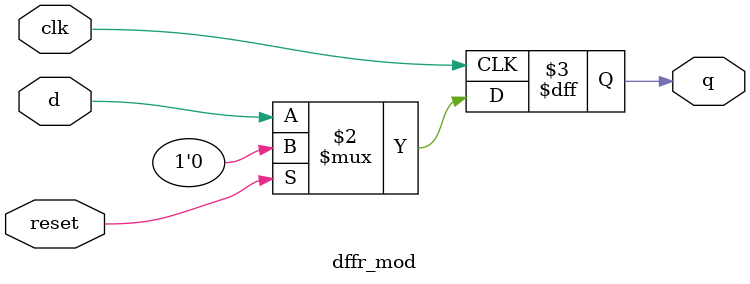
<source format=v>
module dff8r(
	input clk,
	input reset,
	input [7:0] d,
	output [7:0] q
);
	// implement 8 DFFs with active high reset
	genvar i;
	generate
		for (i=0; i<8; i=i+1) begin : dffr_mod_array
			dffr_mod u_dffr_mod(
				.clk(clk),
				.reset(reset),
				.d(d[i]),
				.q(q[i])
			);
		end
	endgenerate

endmodule

module dffr_mod(
	input clk,
	input reset,
	input d,
	output reg q
);
	// single DFF with active high reset
	always @(posedge clk) begin
		q <= reset ? 1'b0 : d;
	end

endmodule

</source>
